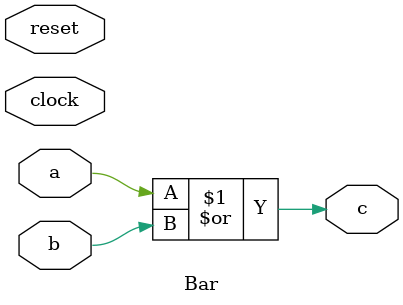
<source format=v>
module Foo(
    input clock,
    input reset,
    input [1:0] x,
    output y,
    output z
);

    assign y = (x[0] | x[1]) & z[2];

    Bar b(
        .clock(clock),
        .reset(reset),
        .a(x[0]),
        .b(x[1])
    );

    reg [7:0] w [15:0];
    always @(posedge clock or posedge reset) begin
        if (reset)
            w <= 'ha0;
        else
            w <= x[0];
    end

endmodule

module Bar(
    input clock,
    input reset,
    input a,
    input b,
    output c
);

    assign c = a | b;

endmodule

</source>
